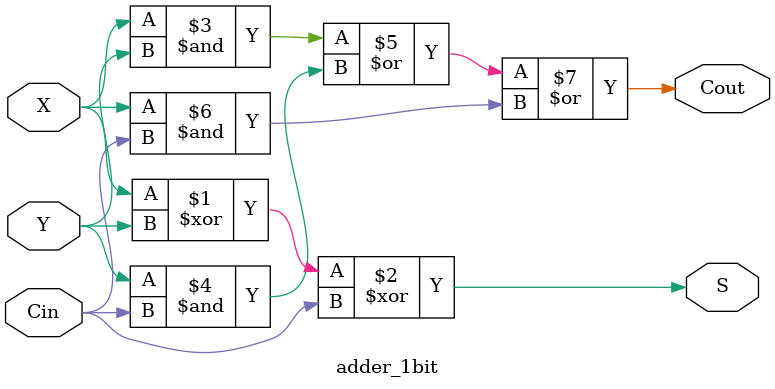
<source format=v>
module adder_1bit(X,Y,Cin,S,Cout);
input X,Y,Cin;
output S,Cout;

assign S = X^Y^Cin;
assign Cout = (X&Y)|(Y&Cin)|(X&Cin);

endmodule

</source>
